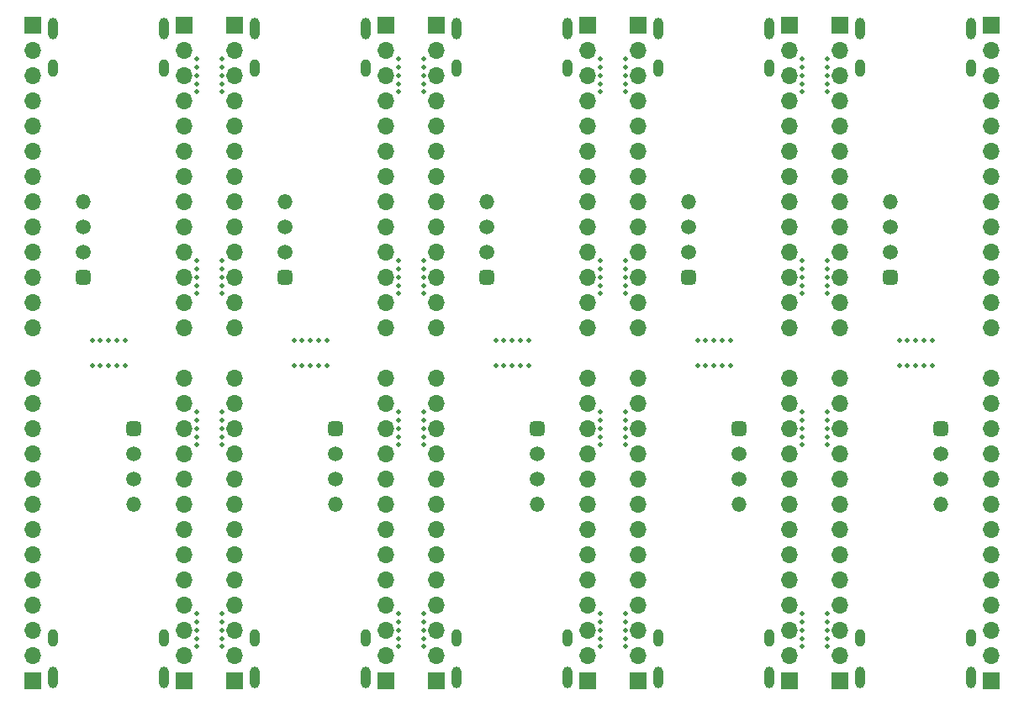
<source format=gbr>
G04 #@! TF.GenerationSoftware,KiCad,Pcbnew,(6.0.1)*
G04 #@! TF.CreationDate,2022-03-23T10:30:31+07:00*
G04 #@! TF.ProjectId,Kimiro,4b696d69-726f-42e6-9b69-6361645f7063,rev?*
G04 #@! TF.SameCoordinates,Original*
G04 #@! TF.FileFunction,Soldermask,Bot*
G04 #@! TF.FilePolarity,Negative*
%FSLAX46Y46*%
G04 Gerber Fmt 4.6, Leading zero omitted, Abs format (unit mm)*
G04 Created by KiCad (PCBNEW (6.0.1)) date 2022-03-23 10:30:31*
%MOMM*%
%LPD*%
G01*
G04 APERTURE LIST*
G04 Aperture macros list*
%AMRoundRect*
0 Rectangle with rounded corners*
0 $1 Rounding radius*
0 $2 $3 $4 $5 $6 $7 $8 $9 X,Y pos of 4 corners*
0 Add a 4 corners polygon primitive as box body*
4,1,4,$2,$3,$4,$5,$6,$7,$8,$9,$2,$3,0*
0 Add four circle primitives for the rounded corners*
1,1,$1+$1,$2,$3*
1,1,$1+$1,$4,$5*
1,1,$1+$1,$6,$7*
1,1,$1+$1,$8,$9*
0 Add four rect primitives between the rounded corners*
20,1,$1+$1,$2,$3,$4,$5,0*
20,1,$1+$1,$4,$5,$6,$7,0*
20,1,$1+$1,$6,$7,$8,$9,0*
20,1,$1+$1,$8,$9,$2,$3,0*%
G04 Aperture macros list end*
%ADD10C,0.500000*%
%ADD11O,1.000000X2.200000*%
%ADD12O,1.000000X1.800000*%
%ADD13R,1.700000X1.700000*%
%ADD14O,1.700000X1.700000*%
%ADD15RoundRect,0.375000X-0.375000X-0.375000X0.375000X-0.375000X0.375000X0.375000X-0.375000X0.375000X0*%
%ADD16C,1.500000*%
%ADD17O,1.500000X1.500000*%
%ADD18RoundRect,0.375000X0.375000X0.375000X-0.375000X0.375000X-0.375000X-0.375000X0.375000X-0.375000X0*%
G04 APERTURE END LIST*
D10*
X146050000Y-40195500D03*
X146050000Y-38544500D03*
X148590000Y-38544500D03*
X146050000Y-39370000D03*
X148590000Y-37719000D03*
X148590000Y-41021000D03*
X148590000Y-39370000D03*
X146050000Y-41021000D03*
X146050000Y-37719000D03*
X148590000Y-40195500D03*
D11*
X142724400Y-34630500D03*
X131574400Y-34630500D03*
D12*
X131574400Y-38630500D03*
X142724400Y-38630500D03*
D11*
X122404400Y-34630500D03*
D12*
X111254400Y-38630500D03*
X122404400Y-38630500D03*
D11*
X111254400Y-34630500D03*
D12*
X163065600Y-95989500D03*
X151915600Y-95989500D03*
D11*
X163065600Y-99989500D03*
X151915600Y-99989500D03*
D13*
X144780000Y-34290000D03*
D14*
X144780000Y-36830000D03*
X144780000Y-39370000D03*
X144780000Y-41910000D03*
X144780000Y-44450000D03*
X144780000Y-46990000D03*
X144780000Y-49530000D03*
X144780000Y-52070000D03*
X144780000Y-54610000D03*
X144780000Y-57150000D03*
X144780000Y-59690000D03*
X144780000Y-62230000D03*
X144780000Y-64770000D03*
D13*
X124460000Y-100330000D03*
D14*
X124460000Y-97790000D03*
X124460000Y-95250000D03*
X124460000Y-92710000D03*
X124460000Y-90170000D03*
X124460000Y-87630000D03*
X124460000Y-85090000D03*
X124460000Y-82550000D03*
X124460000Y-80010000D03*
X124460000Y-77470000D03*
X124460000Y-74930000D03*
X124460000Y-72390000D03*
X124460000Y-69850000D03*
D13*
X144780000Y-100330000D03*
D14*
X144780000Y-97790000D03*
X144780000Y-95250000D03*
X144780000Y-92710000D03*
X144780000Y-90170000D03*
X144780000Y-87630000D03*
X144780000Y-85090000D03*
X144780000Y-82550000D03*
X144780000Y-80010000D03*
X144780000Y-77470000D03*
X144780000Y-74930000D03*
X144780000Y-72390000D03*
X144780000Y-69850000D03*
D10*
X117665500Y-66040000D03*
X118491000Y-68580000D03*
X116840000Y-68580000D03*
X116840000Y-66040000D03*
X116014500Y-68580000D03*
X115189000Y-68580000D03*
X117665500Y-68580000D03*
X118491000Y-66040000D03*
X115189000Y-66040000D03*
X116014500Y-66040000D03*
D13*
X83820000Y-100330000D03*
D14*
X83820000Y-97790000D03*
X83820000Y-95250000D03*
X83820000Y-92710000D03*
X83820000Y-90170000D03*
X83820000Y-87630000D03*
X83820000Y-85090000D03*
X83820000Y-82550000D03*
X83820000Y-80010000D03*
X83820000Y-77470000D03*
X83820000Y-74930000D03*
X83820000Y-72390000D03*
X83820000Y-69850000D03*
D10*
X125730000Y-95250000D03*
X125730000Y-96901000D03*
X128270000Y-96075500D03*
X128270000Y-96901000D03*
X125730000Y-93599000D03*
X128270000Y-94424500D03*
X128270000Y-95250000D03*
X125730000Y-94424500D03*
X125730000Y-96075500D03*
X128270000Y-93599000D03*
D12*
X111275600Y-95989500D03*
D11*
X111275600Y-99989500D03*
X122425600Y-99989500D03*
D12*
X122425600Y-95989500D03*
D13*
X109220000Y-34290000D03*
D14*
X109220000Y-36830000D03*
X109220000Y-39370000D03*
X109220000Y-41910000D03*
X109220000Y-44450000D03*
X109220000Y-46990000D03*
X109220000Y-49530000D03*
X109220000Y-52070000D03*
X109220000Y-54610000D03*
X109220000Y-57150000D03*
X109220000Y-59690000D03*
X109220000Y-62230000D03*
X109220000Y-64770000D03*
D10*
X125730000Y-74104500D03*
X128270000Y-74930000D03*
X128270000Y-76581000D03*
X128270000Y-73279000D03*
X125730000Y-76581000D03*
X128270000Y-74104500D03*
X125730000Y-73279000D03*
X125730000Y-75755500D03*
X128270000Y-75755500D03*
X125730000Y-74930000D03*
X105410000Y-41021000D03*
X107950000Y-37719000D03*
X107950000Y-41021000D03*
X107950000Y-38544500D03*
X105410000Y-37719000D03*
X105410000Y-39370000D03*
X107950000Y-39370000D03*
X105410000Y-38544500D03*
X107950000Y-40195500D03*
X105410000Y-40195500D03*
D13*
X124460000Y-34290000D03*
D14*
X124460000Y-36830000D03*
X124460000Y-39370000D03*
X124460000Y-41910000D03*
X124460000Y-44450000D03*
X124460000Y-46990000D03*
X124460000Y-49530000D03*
X124460000Y-52070000D03*
X124460000Y-54610000D03*
X124460000Y-57150000D03*
X124460000Y-59690000D03*
X124460000Y-62230000D03*
X124460000Y-64770000D03*
D10*
X136334500Y-66040000D03*
X137160000Y-68580000D03*
X135509000Y-66040000D03*
X138811000Y-68580000D03*
X138811000Y-66040000D03*
X137985500Y-66040000D03*
X137160000Y-66040000D03*
X135509000Y-68580000D03*
X137985500Y-68580000D03*
X136334500Y-68580000D03*
X107950000Y-73279000D03*
X107950000Y-74930000D03*
X105410000Y-75755500D03*
X105410000Y-74930000D03*
X107950000Y-75755500D03*
X105410000Y-76581000D03*
X105410000Y-74104500D03*
X105410000Y-73279000D03*
X107950000Y-74104500D03*
X107950000Y-76581000D03*
X87630000Y-74930000D03*
X87630000Y-76581000D03*
X87630000Y-75755500D03*
X85090000Y-73279000D03*
X85090000Y-74104500D03*
X85090000Y-75755500D03*
X85090000Y-74930000D03*
X87630000Y-73279000D03*
X85090000Y-76581000D03*
X87630000Y-74104500D03*
D11*
X81764400Y-34630500D03*
D12*
X70614400Y-38630500D03*
X81764400Y-38630500D03*
D11*
X70614400Y-34630500D03*
D10*
X107950000Y-60515500D03*
X107950000Y-58039000D03*
X105410000Y-60515500D03*
X105410000Y-58039000D03*
X107950000Y-58864500D03*
X107950000Y-61341000D03*
X105410000Y-59690000D03*
X105410000Y-61341000D03*
X105410000Y-58864500D03*
X107950000Y-59690000D03*
X85090000Y-95250000D03*
X85090000Y-96075500D03*
X87630000Y-95250000D03*
X85090000Y-96901000D03*
X85090000Y-94424500D03*
X87630000Y-96901000D03*
X87630000Y-96075500D03*
X87630000Y-94424500D03*
X85090000Y-93599000D03*
X87630000Y-93599000D03*
D13*
X129540000Y-100330000D03*
D14*
X129540000Y-97790000D03*
X129540000Y-95250000D03*
X129540000Y-92710000D03*
X129540000Y-90170000D03*
X129540000Y-87630000D03*
X129540000Y-85090000D03*
X129540000Y-82550000D03*
X129540000Y-80010000D03*
X129540000Y-77470000D03*
X129540000Y-74930000D03*
X129540000Y-72390000D03*
X129540000Y-69850000D03*
D13*
X165100000Y-34290000D03*
D14*
X165100000Y-36830000D03*
X165100000Y-39370000D03*
X165100000Y-41910000D03*
X165100000Y-44450000D03*
X165100000Y-46990000D03*
X165100000Y-49530000D03*
X165100000Y-52070000D03*
X165100000Y-54610000D03*
X165100000Y-57150000D03*
X165100000Y-59690000D03*
X165100000Y-62230000D03*
X165100000Y-64770000D03*
D13*
X88900000Y-34290000D03*
D14*
X88900000Y-36830000D03*
X88900000Y-39370000D03*
X88900000Y-41910000D03*
X88900000Y-44450000D03*
X88900000Y-46990000D03*
X88900000Y-49530000D03*
X88900000Y-52070000D03*
X88900000Y-54610000D03*
X88900000Y-57150000D03*
X88900000Y-59690000D03*
X88900000Y-62230000D03*
X88900000Y-64770000D03*
D13*
X165100000Y-100330000D03*
D14*
X165100000Y-97790000D03*
X165100000Y-95250000D03*
X165100000Y-92710000D03*
X165100000Y-90170000D03*
X165100000Y-87630000D03*
X165100000Y-85090000D03*
X165100000Y-82550000D03*
X165100000Y-80010000D03*
X165100000Y-77470000D03*
X165100000Y-74930000D03*
X165100000Y-72390000D03*
X165100000Y-69850000D03*
D10*
X107950000Y-93599000D03*
X107950000Y-96075500D03*
X105410000Y-96901000D03*
X105410000Y-95250000D03*
X107950000Y-95250000D03*
X105410000Y-94424500D03*
X105410000Y-93599000D03*
X107950000Y-96901000D03*
X105410000Y-96075500D03*
X107950000Y-94424500D03*
X148590000Y-60515500D03*
X148590000Y-59690000D03*
X146050000Y-61341000D03*
X146050000Y-58864500D03*
X148590000Y-61341000D03*
X146050000Y-59690000D03*
X148590000Y-58864500D03*
X146050000Y-58039000D03*
X146050000Y-60515500D03*
X148590000Y-58039000D03*
X98171000Y-68580000D03*
X96520000Y-66040000D03*
X94869000Y-68580000D03*
X97345500Y-66040000D03*
X94869000Y-66040000D03*
X95694500Y-68580000D03*
X95694500Y-66040000D03*
X97345500Y-68580000D03*
X98171000Y-66040000D03*
X96520000Y-68580000D03*
D13*
X149860000Y-34290000D03*
D14*
X149860000Y-36830000D03*
X149860000Y-39370000D03*
X149860000Y-41910000D03*
X149860000Y-44450000D03*
X149860000Y-46990000D03*
X149860000Y-49530000D03*
X149860000Y-52070000D03*
X149860000Y-54610000D03*
X149860000Y-57150000D03*
X149860000Y-59690000D03*
X149860000Y-62230000D03*
X149860000Y-64770000D03*
D13*
X149860000Y-100330000D03*
D14*
X149860000Y-97790000D03*
X149860000Y-95250000D03*
X149860000Y-92710000D03*
X149860000Y-90170000D03*
X149860000Y-87630000D03*
X149860000Y-85090000D03*
X149860000Y-82550000D03*
X149860000Y-80010000D03*
X149860000Y-77470000D03*
X149860000Y-74930000D03*
X149860000Y-72390000D03*
X149860000Y-69850000D03*
D12*
X131595600Y-95989500D03*
D11*
X142745600Y-99989500D03*
D12*
X142745600Y-95989500D03*
D11*
X131595600Y-99989500D03*
D13*
X104140000Y-34290000D03*
D14*
X104140000Y-36830000D03*
X104140000Y-39370000D03*
X104140000Y-41910000D03*
X104140000Y-44450000D03*
X104140000Y-46990000D03*
X104140000Y-49530000D03*
X104140000Y-52070000D03*
X104140000Y-54610000D03*
X104140000Y-57150000D03*
X104140000Y-59690000D03*
X104140000Y-62230000D03*
X104140000Y-64770000D03*
D13*
X83820000Y-34290000D03*
D14*
X83820000Y-36830000D03*
X83820000Y-39370000D03*
X83820000Y-41910000D03*
X83820000Y-44450000D03*
X83820000Y-46990000D03*
X83820000Y-49530000D03*
X83820000Y-52070000D03*
X83820000Y-54610000D03*
X83820000Y-57150000D03*
X83820000Y-59690000D03*
X83820000Y-62230000D03*
X83820000Y-64770000D03*
D13*
X104140000Y-100330000D03*
D14*
X104140000Y-97790000D03*
X104140000Y-95250000D03*
X104140000Y-92710000D03*
X104140000Y-90170000D03*
X104140000Y-87630000D03*
X104140000Y-85090000D03*
X104140000Y-82550000D03*
X104140000Y-80010000D03*
X104140000Y-77470000D03*
X104140000Y-74930000D03*
X104140000Y-72390000D03*
X104140000Y-69850000D03*
D11*
X151894400Y-34630500D03*
D12*
X151894400Y-38630500D03*
X163044400Y-38630500D03*
D11*
X163044400Y-34630500D03*
D10*
X156654500Y-66040000D03*
X156654500Y-68580000D03*
X159131000Y-66040000D03*
X158305500Y-66040000D03*
X157480000Y-68580000D03*
X159131000Y-68580000D03*
X157480000Y-66040000D03*
X158305500Y-68580000D03*
X155829000Y-68580000D03*
X155829000Y-66040000D03*
D11*
X102105600Y-99989500D03*
D12*
X90955600Y-95989500D03*
X102105600Y-95989500D03*
D11*
X90955600Y-99989500D03*
D13*
X88900000Y-100330000D03*
D14*
X88900000Y-97790000D03*
X88900000Y-95250000D03*
X88900000Y-92710000D03*
X88900000Y-90170000D03*
X88900000Y-87630000D03*
X88900000Y-85090000D03*
X88900000Y-82550000D03*
X88900000Y-80010000D03*
X88900000Y-77470000D03*
X88900000Y-74930000D03*
X88900000Y-72390000D03*
X88900000Y-69850000D03*
D10*
X87630000Y-58039000D03*
X85090000Y-60515500D03*
X87630000Y-61341000D03*
X85090000Y-58864500D03*
X87630000Y-59690000D03*
X85090000Y-61341000D03*
X87630000Y-60515500D03*
X87630000Y-58864500D03*
X85090000Y-58039000D03*
X85090000Y-59690000D03*
X125730000Y-58039000D03*
X128270000Y-61341000D03*
X125730000Y-61341000D03*
X125730000Y-59690000D03*
X128270000Y-60515500D03*
X128270000Y-59690000D03*
X128270000Y-58864500D03*
X128270000Y-58039000D03*
X125730000Y-58864500D03*
X125730000Y-60515500D03*
D13*
X68580000Y-100330000D03*
D14*
X68580000Y-97790000D03*
X68580000Y-95250000D03*
X68580000Y-92710000D03*
X68580000Y-90170000D03*
X68580000Y-87630000D03*
X68580000Y-85090000D03*
X68580000Y-82550000D03*
X68580000Y-80010000D03*
X68580000Y-77470000D03*
X68580000Y-74930000D03*
X68580000Y-72390000D03*
X68580000Y-69850000D03*
D10*
X146050000Y-95250000D03*
X146050000Y-93599000D03*
X146050000Y-96075500D03*
X146050000Y-94424500D03*
X148590000Y-93599000D03*
X148590000Y-95250000D03*
X146050000Y-96901000D03*
X148590000Y-94424500D03*
X148590000Y-96075500D03*
X148590000Y-96901000D03*
X148590000Y-73279000D03*
X146050000Y-74104500D03*
X148590000Y-76581000D03*
X146050000Y-73279000D03*
X148590000Y-74930000D03*
X146050000Y-74930000D03*
X146050000Y-76581000D03*
X148590000Y-75755500D03*
X146050000Y-75755500D03*
X148590000Y-74104500D03*
D13*
X109220000Y-100330000D03*
D14*
X109220000Y-97790000D03*
X109220000Y-95250000D03*
X109220000Y-92710000D03*
X109220000Y-90170000D03*
X109220000Y-87630000D03*
X109220000Y-85090000D03*
X109220000Y-82550000D03*
X109220000Y-80010000D03*
X109220000Y-77470000D03*
X109220000Y-74930000D03*
X109220000Y-72390000D03*
X109220000Y-69850000D03*
D13*
X129540000Y-34290000D03*
D14*
X129540000Y-36830000D03*
X129540000Y-39370000D03*
X129540000Y-41910000D03*
X129540000Y-44450000D03*
X129540000Y-46990000D03*
X129540000Y-49530000D03*
X129540000Y-52070000D03*
X129540000Y-54610000D03*
X129540000Y-57150000D03*
X129540000Y-59690000D03*
X129540000Y-62230000D03*
X129540000Y-64770000D03*
D10*
X85090000Y-39370000D03*
X87630000Y-40195500D03*
X85090000Y-38544500D03*
X87630000Y-41021000D03*
X87630000Y-37719000D03*
X87630000Y-38544500D03*
X87630000Y-39370000D03*
X85090000Y-40195500D03*
X85090000Y-41021000D03*
X85090000Y-37719000D03*
X125730000Y-39370000D03*
X128270000Y-40195500D03*
X125730000Y-41021000D03*
X125730000Y-38544500D03*
X125730000Y-37719000D03*
X128270000Y-41021000D03*
X128270000Y-39370000D03*
X128270000Y-38544500D03*
X125730000Y-40195500D03*
X128270000Y-37719000D03*
X75374500Y-66040000D03*
X74549000Y-68580000D03*
X74549000Y-66040000D03*
X76200000Y-66040000D03*
X75374500Y-68580000D03*
X77851000Y-68580000D03*
X77025500Y-66040000D03*
X76200000Y-68580000D03*
X77025500Y-68580000D03*
X77851000Y-66040000D03*
D13*
X68580000Y-34290000D03*
D14*
X68580000Y-36830000D03*
X68580000Y-39370000D03*
X68580000Y-41910000D03*
X68580000Y-44450000D03*
X68580000Y-46990000D03*
X68580000Y-49530000D03*
X68580000Y-52070000D03*
X68580000Y-54610000D03*
X68580000Y-57150000D03*
X68580000Y-59690000D03*
X68580000Y-62230000D03*
X68580000Y-64770000D03*
D11*
X90934400Y-34630500D03*
D12*
X102084400Y-38630500D03*
D11*
X102084400Y-34630500D03*
D12*
X90934400Y-38630500D03*
D11*
X70635600Y-99989500D03*
X81785600Y-99989500D03*
D12*
X70635600Y-95989500D03*
X81785600Y-95989500D03*
D15*
X93980000Y-59690000D03*
D16*
X93980000Y-57150000D03*
X93980000Y-54610000D03*
D17*
X93980000Y-52070000D03*
D15*
X134620000Y-59690000D03*
D16*
X134620000Y-57150000D03*
X134620000Y-54610000D03*
D17*
X134620000Y-52070000D03*
D18*
X119380000Y-74930000D03*
D16*
X119380000Y-77470000D03*
X119380000Y-80010000D03*
D17*
X119380000Y-82550000D03*
D18*
X160020000Y-74930000D03*
D16*
X160020000Y-77470000D03*
X160020000Y-80010000D03*
D17*
X160020000Y-82550000D03*
D15*
X154940000Y-59690000D03*
D16*
X154940000Y-57150000D03*
X154940000Y-54610000D03*
D17*
X154940000Y-52070000D03*
D18*
X78740000Y-74930000D03*
D16*
X78740000Y-77470000D03*
X78740000Y-80010000D03*
D17*
X78740000Y-82550000D03*
D15*
X114300000Y-59690000D03*
D16*
X114300000Y-57150000D03*
X114300000Y-54610000D03*
D17*
X114300000Y-52070000D03*
D18*
X139700000Y-74930000D03*
D16*
X139700000Y-77470000D03*
X139700000Y-80010000D03*
D17*
X139700000Y-82550000D03*
D15*
X73660000Y-59690000D03*
D16*
X73660000Y-57150000D03*
X73660000Y-54610000D03*
D17*
X73660000Y-52070000D03*
D18*
X99060000Y-74930000D03*
D16*
X99060000Y-77470000D03*
X99060000Y-80010000D03*
D17*
X99060000Y-82550000D03*
M02*

</source>
